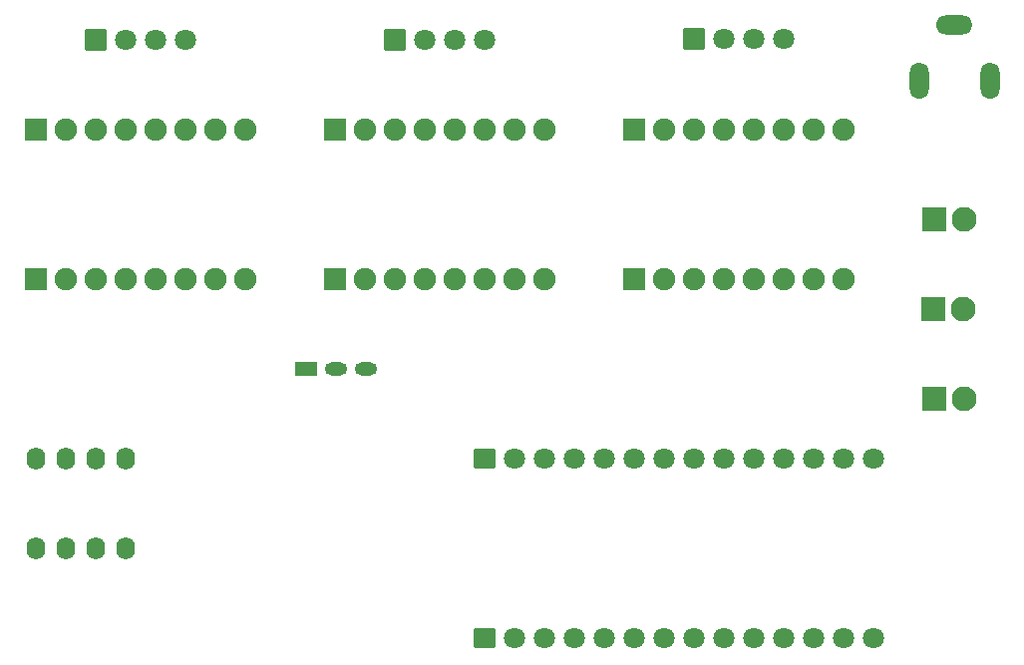
<source format=gbs>
G04 Layer: BottomSolderMaskLayer*
G04 EasyEDA v6.5.23, 2023-05-22 12:01:23*
G04 2ef3873b6a8849e1a700537b5c5aa0b8,043974f40ccd47e6b80d377579d0ea0a,10*
G04 Gerber Generator version 0.2*
G04 Scale: 100 percent, Rotated: No, Reflected: No *
G04 Dimensions in millimeters *
G04 leading zeros omitted , absolute positions ,4 integer and 5 decimal *
%FSLAX45Y45*%
%MOMM*%

%AMMACRO1*1,1,$1,$2,$3*1,1,$1,$4,$5*1,1,$1,0-$2,0-$3*1,1,$1,0-$4,0-$5*20,1,$1,$2,$3,$4,$5,0*20,1,$1,$4,$5,0-$2,0-$3,0*20,1,$1,0-$2,0-$3,0-$4,0-$5,0*20,1,$1,0-$4,0-$5,$2,$3,0*4,1,4,$2,$3,$4,$5,0-$2,0-$3,0-$4,0-$5,$2,$3,0*%
%ADD10O,1.609598X3.1175960000000003*%
%ADD11O,3.1175960000000003X1.609598*%
%ADD12O,1.9015963999999999X1.1015979999999999*%
%ADD13MACRO1,0.1016X-0.9X0.5X0.9X0.5*%
%ADD14O,1.561592X1.92659*%
%ADD15C,1.8016*%
%ADD16MACRO1,0.1016X-0.85X0.7874X0.85X0.7874*%
%ADD17MACRO1,0.1016X-0.9X0.9X0.9X0.9*%
%ADD18C,1.9016*%
%ADD19MACRO1,0.1016X-1X1X1X1*%
%ADD20C,2.1016*%
%ADD21MACRO1,0.1016X-0.85X0.85X0.85X0.85*%

%LPD*%
D10*
G01*
X9548088Y6248400D03*
G01*
X10148087Y6248400D03*
D11*
G01*
X9848113Y6718401D03*
D12*
G01*
X4597400Y3797300D03*
G01*
X4851400Y3797300D03*
D13*
G01*
X4343400Y3797300D03*
D14*
G01*
X2044700Y2273300D03*
G01*
X2298700Y2273300D03*
G01*
X2552700Y2273300D03*
G01*
X2806700Y2273300D03*
G01*
X2044700Y3035300D03*
G01*
X2298700Y3035300D03*
G01*
X2552700Y3035300D03*
G01*
X2806700Y3035300D03*
D15*
G01*
X9156700Y1511300D03*
G01*
X8902700Y1511300D03*
G01*
X8648700Y1511300D03*
G01*
X8394700Y1511300D03*
G01*
X8140700Y1511300D03*
G01*
X7886700Y1511300D03*
G01*
X7632700Y1511300D03*
G01*
X7378700Y1511300D03*
G01*
X7124700Y1511300D03*
G01*
X6870700Y1511300D03*
G01*
X6616700Y1511300D03*
G01*
X6362700Y1511300D03*
G01*
X6108700Y1511300D03*
D16*
G01*
X5854700Y1511300D03*
D15*
G01*
X9156700Y3035300D03*
G01*
X8902700Y3035300D03*
G01*
X8648700Y3035300D03*
G01*
X8394700Y3035300D03*
G01*
X8140700Y3035300D03*
G01*
X7886700Y3035300D03*
G01*
X7632700Y3035300D03*
G01*
X7378700Y3035300D03*
G01*
X7124700Y3035300D03*
G01*
X6870700Y3035300D03*
G01*
X6616700Y3035300D03*
G01*
X6362700Y3035300D03*
G01*
X6108700Y3035300D03*
D16*
G01*
X5854700Y3035300D03*
D17*
G01*
X2044700Y4559300D03*
D18*
G01*
X2298700Y4559300D03*
G01*
X2552700Y4559300D03*
G01*
X2806700Y4559300D03*
G01*
X3060700Y4559300D03*
G01*
X3314700Y4559300D03*
G01*
X3568700Y4559300D03*
G01*
X3822700Y4559300D03*
D17*
G01*
X2044700Y5829300D03*
D18*
G01*
X2298700Y5829300D03*
G01*
X2552700Y5829300D03*
G01*
X2806700Y5829300D03*
G01*
X3060700Y5829300D03*
G01*
X3314700Y5829300D03*
G01*
X3568700Y5829300D03*
G01*
X3822700Y5829300D03*
D17*
G01*
X4584700Y4559300D03*
D18*
G01*
X4838700Y4559300D03*
G01*
X5092700Y4559300D03*
G01*
X5346700Y4559300D03*
G01*
X5600700Y4559300D03*
G01*
X5854700Y4559300D03*
G01*
X6108700Y4559300D03*
G01*
X6362700Y4559300D03*
D17*
G01*
X4584700Y5829300D03*
D18*
G01*
X4838700Y5829300D03*
G01*
X5092700Y5829300D03*
G01*
X5346700Y5829300D03*
G01*
X5600700Y5829300D03*
G01*
X5854700Y5829300D03*
G01*
X6108700Y5829300D03*
G01*
X6362700Y5829300D03*
D17*
G01*
X7124700Y4559300D03*
D18*
G01*
X7378700Y4559300D03*
G01*
X7632700Y4559300D03*
G01*
X7886700Y4559300D03*
G01*
X8140700Y4559300D03*
G01*
X8394700Y4559300D03*
G01*
X8648700Y4559300D03*
G01*
X8902700Y4559300D03*
D17*
G01*
X7124700Y5829300D03*
D18*
G01*
X7378700Y5829300D03*
G01*
X7632700Y5829300D03*
G01*
X7886700Y5829300D03*
G01*
X8140700Y5829300D03*
G01*
X8394700Y5829300D03*
G01*
X8648700Y5829300D03*
G01*
X8902700Y5829300D03*
D19*
G01*
X9677400Y5067300D03*
D20*
G01*
X9931400Y5067300D03*
D21*
G01*
X2552700Y6591300D03*
D15*
G01*
X2806700Y6591300D03*
G01*
X3060700Y6591300D03*
G01*
X3314700Y6591300D03*
D21*
G01*
X5092700Y6591300D03*
D15*
G01*
X5346700Y6591300D03*
G01*
X5600700Y6591300D03*
G01*
X5854700Y6591300D03*
D21*
G01*
X7632700Y6604000D03*
D15*
G01*
X7886700Y6604000D03*
G01*
X8140700Y6604000D03*
G01*
X8394700Y6604000D03*
D19*
G01*
X9677400Y3543300D03*
D20*
G01*
X9931400Y3543300D03*
D19*
G01*
X9664700Y4305300D03*
D20*
G01*
X9918700Y4305300D03*
D15*
G01*
X8902700Y4559300D03*
G01*
X8902700Y4559300D03*
M02*

</source>
